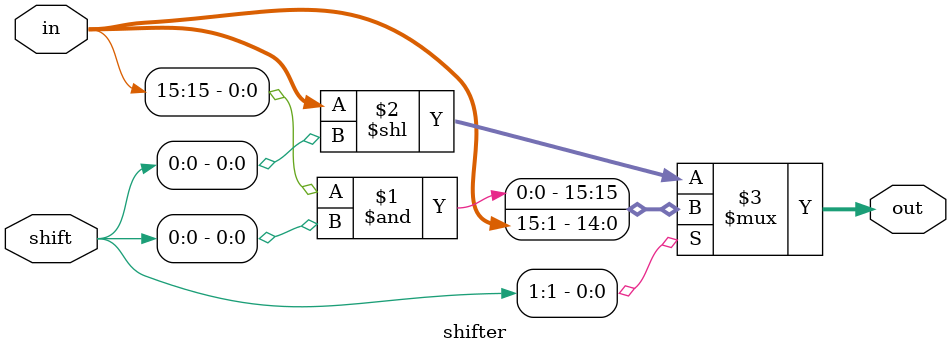
<source format=sv>
module shifter(in, shift, out);
    parameter WIDTH = 16;

    input [WIDTH-1:0] in;
    input [1:0] shift;
    output [WIDTH-1:0] out;

    assign out = shift[1] ? {{in[WIDTH-1] & shift[0]}, in[WIDTH-1:1]} : in << shift[0];
endmodule

</source>
